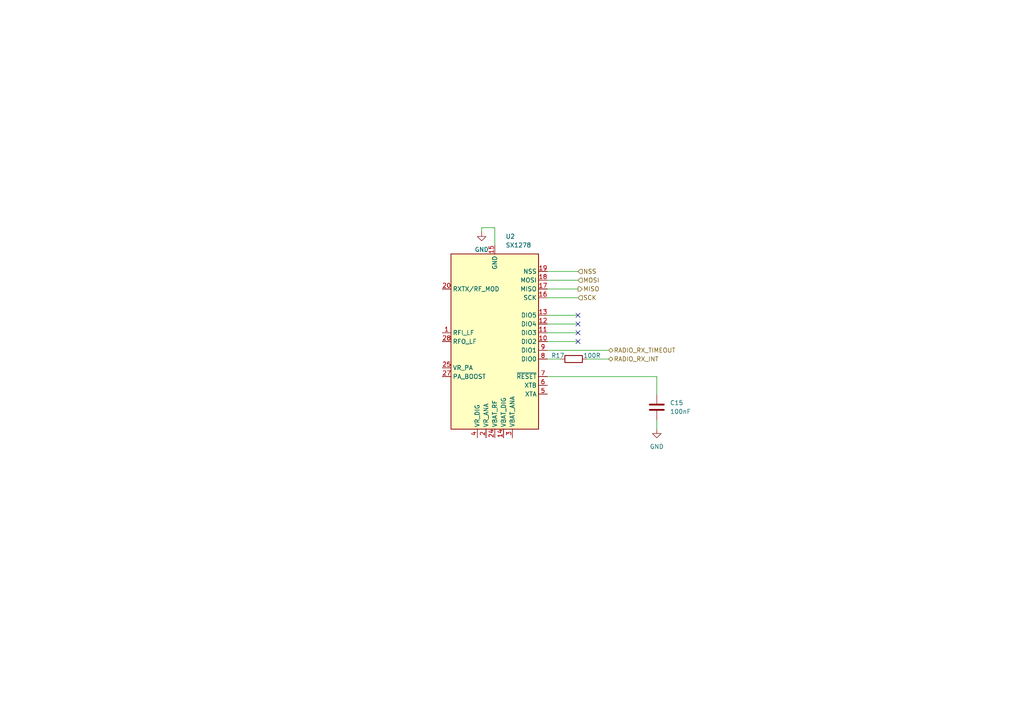
<source format=kicad_sch>
(kicad_sch (version 20250114) (generator "eeschema") (generator_version "9.0")
  (paper "A4")
  (lib_symbols
    (symbol "Device:C" (pin_numbers (hide yes)) (pin_names (offset 0.254))
      (property "Reference" "C" (at 0.635 2.54 0))
      (property "Value" "C" (at 0.635 -2.54 0))
      (symbol "C_0_1"
        (polyline (pts (xy -2.032 0.762) (xy 2.032 0.762)) (stroke (width 0.508)))
        (polyline (pts (xy -2.032 -0.762) (xy 2.032 -0.762)) (stroke (width 0.508)))
      )
      (symbol "C_1_1"
        (pin passive line (at 0 3.81 270) (length 2.794) (name "~") (number "1"))
        (pin passive line (at 0 -3.81 90) (length 2.794) (name "~") (number "2"))
      )
    )
    (symbol "Device:R" (pin_numbers (hide yes)) (pin_names (offset 0))
      (property "Reference" "R" (at 2.032 0 90))
      (property "Value" "R" (at 0 0 90))
      (symbol "R_0_1"
        (rectangle (start -1.016 -2.54) (end 1.016 2.54) (stroke (width 0.254)))
      )
      (symbol "R_1_1"
        (pin passive line (at 0 3.81 270) (length 1.27) (name "~") (number "1"))
        (pin passive line (at 0 -3.81 90) (length 1.27) (name "~") (number "2"))
      )
    )
    (symbol "RF:SX1278"
      (property "Reference" "U" (at 13.97 24.13 0))
      (property "Value" "SX1278" (at 13.97 21.59 0))
      (symbol "SX1278_0_1"
        (rectangle (start -12.7 25.4) (end 12.7 -25.4) (stroke (width 0.254)) (fill (type background)))
      )
      (symbol "SX1278_1_1"
        (pin bidirectional line (at -15.24 15.24 0) (length 2.54) (name "XTA") (number "5"))
        (pin bidirectional line (at -15.24 12.7 0) (length 2.54) (name "XTB") (number "6"))
        (pin input line (at -15.24 10.16 0) (length 2.54) (name "~{RESET}") (number "7"))
        (pin bidirectional line (at -15.24 5.08 0) (length 2.54) (name "DIO0") (number "8"))
        (pin bidirectional line (at -15.24 2.54 0) (length 2.54) (name "DIO1") (number "9"))
        (pin bidirectional line (at -15.24 0 0) (length 2.54) (name "DIO2") (number "10"))
        (pin bidirectional line (at -15.24 -2.54 0) (length 2.54) (name "DIO3") (number "11"))
        (pin bidirectional line (at -15.24 -5.08 0) (length 2.54) (name "DIO4") (number "12"))
        (pin bidirectional line (at -15.24 -7.62 0) (length 2.54) (name "DIO5") (number "13"))
        (pin input line (at -15.24 -12.7 0) (length 2.54) (name "SCK") (number "16"))
        (pin output line (at -15.24 -15.24 0) (length 2.54) (name "MISO") (number "17"))
        (pin input line (at -15.24 -17.78 0) (length 2.54) (name "MOSI") (number "18"))
        (pin input line (at -15.24 -20.32 0) (length 2.54) (name "NSS") (number "19"))
        (pin power_in line (at -5.08 27.94 270) (length 2.54) (name "VBAT_ANA") (number "3"))
        (pin power_in line (at -2.54 27.94 270) (length 2.54) (name "VBAT_DIG") (number "14"))
        (pin power_in line (at 0 27.94 270) (length 2.54) (name "VBAT_RF") (number "24"))
        (pin power_in line (at 0 -27.94 90) (length 2.54) (name "GND") (number "15"))
        (pin passive line (at 0 -27.94 90) (length 2.54) (hide yes) (name "GND") (number "21"))
        (pin passive line (at 0 -27.94 90) (length 2.54) (hide yes) (name "GND") (number "22"))
        (pin passive line (at 0 -27.94 90) (length 2.54) (hide yes) (name "GND") (number "23"))
        (pin passive line (at 0 -27.94 90) (length 2.54) (hide yes) (name "GND") (number "26"))
        (pin passive line (at 0 -27.94 90) (length 2.54) (hide yes) (name "GND") (number "29"))
        (pin power_in line (at 2.54 27.94 270) (length 2.54) (name "VR_ANA") (number "2"))
        (pin power_in line (at 5.08 27.94 270) (length 2.54) (name "VR_DIG") (number "4"))
        (pin power_out line (at 15.24 10.16 180) (length 2.54) (name "PA_BOOST") (number "27"))
        (pin power_out line (at 15.24 7.62 180) (length 2.54) (name "VR_PA") (number "25"))
        (pin output line (at 15.24 0 180) (length 2.54) (name "RFO_LF") (number "28"))
        (pin input line (at 15.24 -2.54 180) (length 2.54) (name "RFI_LF") (number "1"))
        (pin output line (at 15.24 -15.24 180) (length 2.54) (name "RXTX/RF_MOD") (number "20"))
      )
    )
    (symbol "power:GND" (power) (pin_numbers (hide yes)) (pin_names (offset 0) (hide yes))
      (property "Value" "GND" (at 0 -3.81 0))
      (symbol "GND_0_1"
        (polyline (pts (xy 0 0) (xy 0 -1.27) (xy 1.27 -1.27) (xy 0 -2.54) (xy -1.27 -1.27) (xy 0 -1.27)))
      )
      (symbol "GND_1_1"
        (pin power_in line (at 0 0 270) (length 0) (name "~") (number "1"))
      )
    )
  )
  (no_connect (at 167.64 91.44))
  (no_connect (at 167.64 99.06))
  (no_connect (at 167.64 93.98))
  (no_connect (at 167.64 96.52))
  (wire (pts (xy 158.75 83.82) (xy 167.64 83.82)))
  (wire (pts (xy 158.75 99.06) (xy 167.64 99.06)))
  (wire (pts (xy 158.75 78.74) (xy 167.64 78.74)))
  (wire (pts (xy 158.75 81.28) (xy 167.64 81.28)))
  (wire (pts (xy 158.75 96.52) (xy 167.64 96.52)))
  (wire (pts (xy 158.75 93.98) (xy 167.64 93.98)))
  (wire (pts (xy 190.5 121.92) (xy 190.5 124.46)))
  (wire (pts (xy 158.75 109.22) (xy 190.5 109.22)))
  (wire (pts (xy 143.51 71.12) (xy 143.51 66.04)))
  (wire (pts (xy 143.51 66.04) (xy 139.7 66.04)))
  (wire (pts (xy 139.7 66.04) (xy 139.7 67.31)))
  (wire (pts (xy 170.18 104.14) (xy 176.53 104.14)))
  (wire (pts (xy 158.75 101.6) (xy 176.53 101.6)))
  (wire (pts (xy 158.75 104.14) (xy 162.56 104.14)))
  (wire (pts (xy 190.5 109.22) (xy 190.5 114.3)))
  (wire (pts (xy 158.75 86.36) (xy 167.64 86.36)))
  (wire (pts (xy 158.75 91.44) (xy 167.64 91.44)))
  (hierarchical_label "MOSI" (shape input) (at 167.64 81.28 0))
  (hierarchical_label "SCK" (shape input) (at 167.64 86.36 0))
  (hierarchical_label "MISO" (shape output) (at 167.64 83.82 0))
  (hierarchical_label "RADIO_RX_TIMEOUT" (shape bidirectional) (at 176.53 101.6 0))
  (hierarchical_label "RADIO_RX_INT" (shape bidirectional) (at 176.53 104.14 0))
  (hierarchical_label "NSS" (shape input) (at 167.64 78.74 0))
  (symbol (lib_id "RF:SX1278") (at 143.51 99.06 180) (unit 1)
    (property "Reference" "U2" (at 146.6281 68.58 0) (effects (justify right)))
    (property "Value" "SX1278" (at 146.6281 71.12 0) (effects (justify right)))
    (property "Footprint" "Package_DFN_QFN:QFN-28-1EP_6x6mm_P0.65mm_EP4.8x4.8mm" (effects (hide yes)))
    (property "Datasheet" "https://semtech.my.salesforce.com/sfc/p/#E0000000JelG/a/2R0000001Rbr/6EfVZUorrpoKFfvaF_Fkpgp5kzjiNyiAbqcpqh9qSjE" (effects (hide yes)))
    (property "Description" "137 MHz to 525 MHz Low Power Long Range Transceiver, spreading factor from 6 to 12, LoRA, QFN-28" (effects (hide yes)))
  )
  (symbol (lib_id "Device:R") (at 166.37 104.14 90) (unit 1)
    (property "Reference" "R17" (at 161.798 103.124 90))
    (property "Value" "100R" (at 171.704 103.124 90))
    (property "Description" "Resistor" (effects (hide yes)))
  )
  (symbol (lib_id "power:GND") (at 139.7 67.31 0) (unit 1)
    (property "Reference" "#PWR031" (effects (hide yes)))
    (property "Value" "GND" (at 139.7 72.39 0))
    (property "Description" "Power symbol creates a global label with name \"GND\" , ground" (effects (hide yes)))
  )
  (symbol (lib_id "power:GND") (at 190.5 124.46 0) (unit 1)
    (property "Reference" "#PWR015" (effects (hide yes)))
    (property "Value" "GND" (at 190.5 129.54 0))
    (property "Description" "Power symbol creates a global label with name \"GND\" , ground" (effects (hide yes)))
  )
  (symbol (lib_id "Device:C") (at 190.5 118.11 0) (unit 1)
    (property "Reference" "C15" (at 194.31 116.8399 0) (effects (justify left)))
    (property "Value" "100nF" (at 194.31 119.3799 0) (effects (justify left)))
    (property "Description" "Unpolarized capacitor" (effects (hide yes)))
  )
)
</source>
